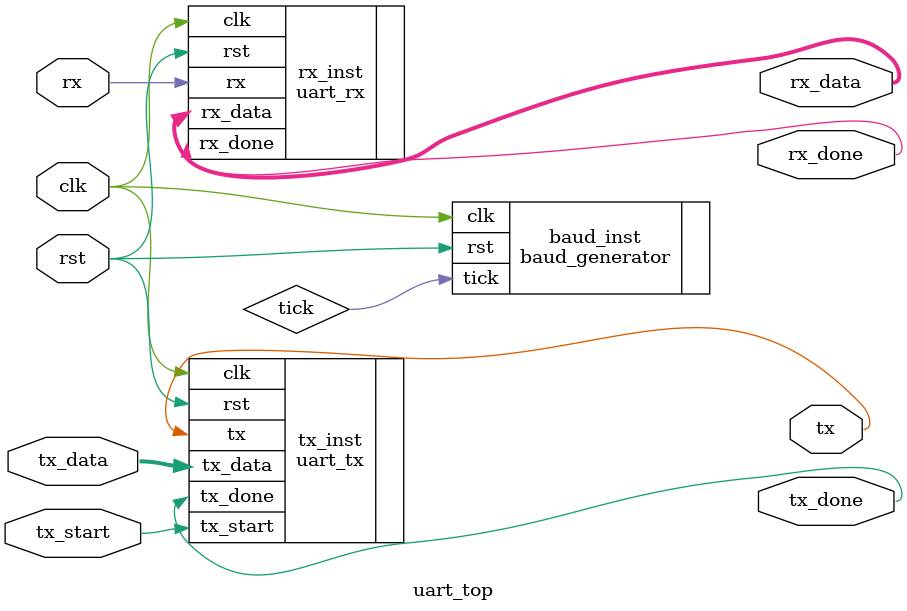
<source format=v>
module uart_top (
    input clk,
    input rst,
    input tx_start,
    input [7:0] tx_data,
    input rx,            // input from external line
    output tx,           // output to external line
    output [7:0] rx_data,
    output tx_done,
    output rx_done
);

    wire tick;

    baud_generator baud_inst (
        .clk(clk),
        .rst(rst),
        .tick(tick)
    );

    uart_tx tx_inst (
        .clk(clk),
        .rst(rst),
        .tx_start(tx_start),
        .tx_data(tx_data),
        .tx(tx),
        .tx_done(tx_done)
    );

    uart_rx rx_inst (
        .clk(clk),
        .rst(rst),
        .rx(rx),
        .rx_data(rx_data),
        .rx_done(rx_done)
    );

endmodule

</source>
